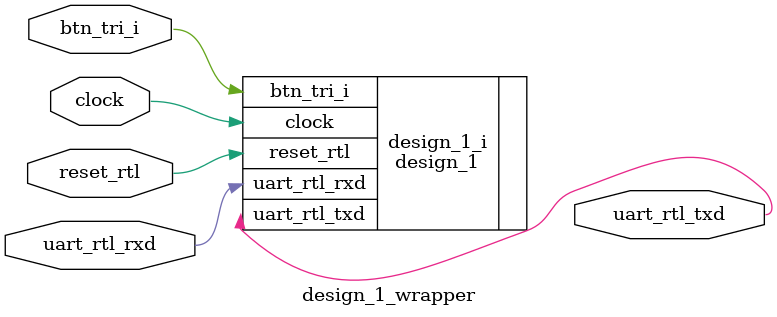
<source format=v>
`timescale 1 ps / 1 ps

module design_1_wrapper
   (btn_tri_i,
    clock,
    reset_rtl,
    uart_rtl_rxd,
    uart_rtl_txd);
  input [0:0]btn_tri_i;
  input clock;
  input reset_rtl;
  input uart_rtl_rxd;
  output uart_rtl_txd;

  wire [0:0]btn_tri_i;
  wire clock;
  wire reset_rtl;
  wire uart_rtl_rxd;
  wire uart_rtl_txd;

  design_1 design_1_i
       (.btn_tri_i(btn_tri_i),
        .clock(clock),
        .reset_rtl(reset_rtl),
        .uart_rtl_rxd(uart_rtl_rxd),
        .uart_rtl_txd(uart_rtl_txd));
endmodule

</source>
